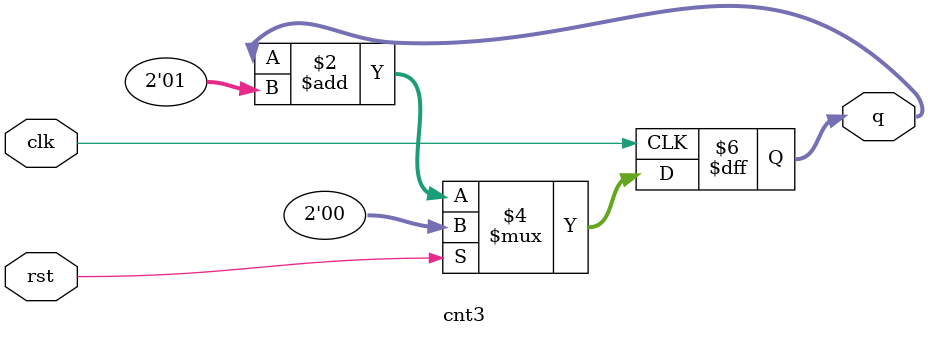
<source format=v>
`timescale 1ns / 1ps
module cnt3(
	input clk,
	input rst,
	output reg [1:0] q
    );
	 
always @ (posedge clk)
	begin
		if (rst) q <= 2'b0;
		else q <= q + 2'b1;
	end
endmodule

</source>
